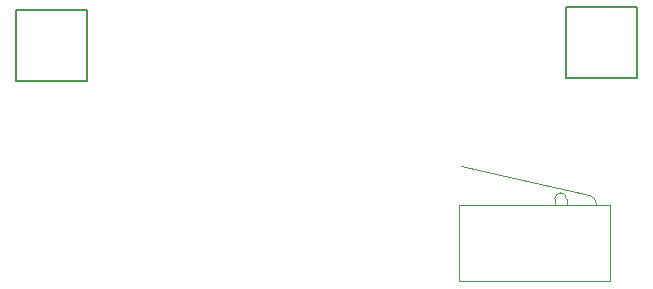
<source format=gbr>
%TF.GenerationSoftware,KiCad,Pcbnew,8.0.2*%
%TF.CreationDate,2024-09-14T16:24:21+02:00*%
%TF.ProjectId,servoFrogSwitches,73657276-6f46-4726-9f67-537769746368,rev?*%
%TF.SameCoordinates,Original*%
%TF.FileFunction,Legend,Bot*%
%TF.FilePolarity,Positive*%
%FSLAX46Y46*%
G04 Gerber Fmt 4.6, Leading zero omitted, Abs format (unit mm)*
G04 Created by KiCad (PCBNEW 8.0.2) date 2024-09-14 16:24:21*
%MOMM*%
%LPD*%
G01*
G04 APERTURE LIST*
G04 Aperture macros list*
%AMRoundRect*
0 Rectangle with rounded corners*
0 $1 Rounding radius*
0 $2 $3 $4 $5 $6 $7 $8 $9 X,Y pos of 4 corners*
0 Add a 4 corners polygon primitive as box body*
4,1,4,$2,$3,$4,$5,$6,$7,$8,$9,$2,$3,0*
0 Add four circle primitives for the rounded corners*
1,1,$1+$1,$2,$3*
1,1,$1+$1,$4,$5*
1,1,$1+$1,$6,$7*
1,1,$1+$1,$8,$9*
0 Add four rect primitives between the rounded corners*
20,1,$1+$1,$2,$3,$4,$5,0*
20,1,$1+$1,$4,$5,$6,$7,0*
20,1,$1+$1,$6,$7,$8,$9,0*
20,1,$1+$1,$8,$9,$2,$3,0*%
G04 Aperture macros list end*
%ADD10C,0.150000*%
%ADD11C,0.120000*%
%ADD12RoundRect,0.250000X1.550000X-0.650000X1.550000X0.650000X-1.550000X0.650000X-1.550000X-0.650000X0*%
%ADD13O,3.600000X1.800000*%
%ADD14C,3.200000*%
%ADD15C,1.524000*%
%ADD16RoundRect,0.250000X-1.550000X0.650000X-1.550000X-0.650000X1.550000X-0.650000X1.550000X0.650000X0*%
G04 APERTURE END LIST*
D10*
X108500000Y-63213000D02*
X108500000Y-69213000D01*
X108500000Y-63213000D01*
X149000000Y-69000000D02*
X155000000Y-69000000D01*
X149000000Y-69000000D01*
X155000000Y-63000000D02*
X155000000Y-69000000D01*
X155000000Y-63000000D01*
X102500000Y-63213000D02*
X108500000Y-63213000D01*
X102500000Y-63213000D01*
X149000000Y-63000000D02*
X155000000Y-63000000D01*
X149000000Y-63000000D01*
X102500000Y-69213000D02*
X108500000Y-69213000D01*
X102500000Y-69213000D01*
X149000000Y-63000000D02*
X149000000Y-69000000D01*
X149000000Y-63000000D01*
X102500000Y-63213000D02*
X102500000Y-69213000D01*
X102500000Y-63213000D01*
D11*
%TO.C,SW501*%
X149073099Y-79230099D02*
X149073000Y-79720000D01*
X148072901Y-79230099D02*
X148073000Y-79720000D01*
X140153000Y-76430000D02*
X151000619Y-78903829D01*
X139943000Y-86220000D02*
X152743000Y-86220000D01*
X152743000Y-79720000D01*
X139943000Y-79720000D01*
X139943000Y-86220000D01*
X151000619Y-78903829D02*
G75*
G02*
X151612999Y-79710000I-237619J-816171D01*
G01*
X148072901Y-79230099D02*
G75*
G02*
X149073099Y-79230099I500099J0D01*
G01*
%TD*%
%LPC*%
D12*
%TO.C,J1*%
X136500000Y-99338000D03*
D13*
X136500000Y-95838000D03*
X136500000Y-92338000D03*
%TD*%
D14*
%TO.C,REF\u002A\u002A*%
X152000000Y-66213000D03*
%TD*%
%TO.C,REF\u002A\u002A*%
X105500000Y-66213000D03*
%TD*%
D15*
%TO.C,SW502*%
X114202000Y-88060000D03*
X104042000Y-88050000D03*
X109122000Y-88050000D03*
%TD*%
D16*
%TO.C,J2*%
X119156000Y-95806000D03*
D13*
X119156000Y-99306000D03*
%TD*%
D15*
%TO.C,SW501*%
X141273000Y-88060000D03*
X151433000Y-88050000D03*
X146353000Y-88050000D03*
%TD*%
%LPD*%
M02*

</source>
